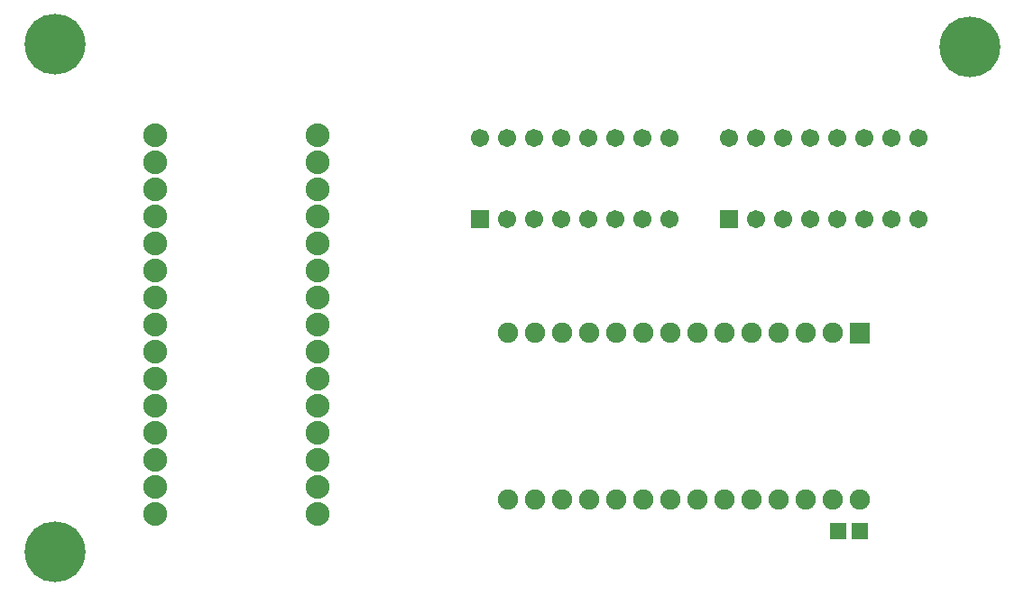
<source format=gbs>
G04 Layer: BottomSolderMaskLayer*
G04 Gerber Generator version 0.2*
G04 Scale: 100 percent, Rotated: No, Reflected: No *
G04 Dimensions in millimeters *
G04 leading zeros omitted , absolute positions ,4 integer and 5 decimal *
%FSLAX45Y45*%
%MOMM*%

%ADD28C,1.9016*%
%ADD30C,1.7016*%
%ADD31R,1.7016X1.7016*%
%ADD32C,2.2352*%
%ADD33C,5.7032*%

%LPD*%
G36*
X8090408Y511555D02*
G01*
X8090408Y656844D01*
X8241537Y656844D01*
X8241537Y511555D01*
G37*
G36*
X7884414Y511555D02*
G01*
X7884414Y656844D01*
X8035544Y656844D01*
X8035544Y511555D01*
G37*
D28*
G01*
X8164576Y883691D03*
G01*
X7910576Y883691D03*
G01*
X7656576Y883691D03*
G01*
X7402576Y883691D03*
G01*
X7148576Y883691D03*
G01*
X6894576Y883691D03*
G01*
X6640576Y883691D03*
G01*
X6386576Y883691D03*
G01*
X6132576Y883691D03*
G01*
X5878576Y883691D03*
G01*
X5624576Y883691D03*
G01*
X5370576Y883691D03*
G01*
X5116576Y883691D03*
G01*
X4862576Y883691D03*
G01*
X4862576Y2443708D03*
G01*
X5116576Y2443708D03*
G01*
X5370576Y2443708D03*
G01*
X5624576Y2443708D03*
G01*
X5878576Y2443708D03*
G01*
X6132576Y2443708D03*
G01*
X6386576Y2443708D03*
G01*
X6894576Y2443708D03*
G01*
X7148576Y2443708D03*
G01*
X7402576Y2443708D03*
G01*
X7656576Y2443708D03*
G01*
X7910576Y2443708D03*
G01*
X6640576Y2443708D03*
G36*
X8069580Y2348737D02*
G01*
X8069580Y2538729D01*
X8259571Y2538729D01*
X8259571Y2348737D01*
G37*
D30*
G01*
X6932676Y4279900D03*
G01*
X7186676Y4279900D03*
G01*
X7440676Y4279900D03*
G01*
X7694676Y4279900D03*
G01*
X7948676Y4279900D03*
G01*
X8202676Y4279900D03*
G01*
X8456676Y4279900D03*
G01*
X8710676Y4279900D03*
G01*
X8710676Y3517900D03*
G01*
X8456676Y3517900D03*
G01*
X8202676Y3517900D03*
G01*
X7948676Y3517900D03*
G01*
X7694676Y3517900D03*
G01*
X7440676Y3517900D03*
G01*
X7186676Y3517900D03*
D31*
G01*
X6932676Y3517900D03*
D30*
G01*
X4595876Y4279900D03*
G01*
X4849876Y4279900D03*
G01*
X5103876Y4279900D03*
G01*
X5357876Y4279900D03*
G01*
X5611876Y4279900D03*
G01*
X5865876Y4279900D03*
G01*
X6119876Y4279900D03*
G01*
X6373876Y4279900D03*
G01*
X6373876Y3517900D03*
G01*
X6119876Y3517900D03*
G01*
X5865876Y3517900D03*
G01*
X5611876Y3517900D03*
G01*
X5357876Y3517900D03*
G01*
X5103876Y3517900D03*
G01*
X4849876Y3517900D03*
D31*
G01*
X4595876Y3517900D03*
D32*
G01*
X3071876Y741527D03*
G01*
X3071876Y995527D03*
G01*
X3071876Y1249527D03*
G01*
X3071876Y1503527D03*
G01*
X3071876Y1757527D03*
G01*
X3071876Y2011527D03*
G01*
X3071876Y2265527D03*
G01*
X3071876Y2519527D03*
G01*
X3071876Y2773527D03*
G01*
X3071876Y3027527D03*
G01*
X3071876Y3281527D03*
G01*
X3071876Y3535527D03*
G01*
X3071876Y3789527D03*
G01*
X3071876Y4043527D03*
G01*
X3071876Y4297527D03*
G01*
X1547876Y4297527D03*
G01*
X1547876Y4043527D03*
G01*
X1547876Y3789527D03*
G01*
X1547876Y3535527D03*
G01*
X1547876Y3281527D03*
G01*
X1547876Y3027527D03*
G01*
X1547876Y2773527D03*
G01*
X1547876Y2519527D03*
G01*
X1547876Y2265527D03*
G01*
X1547876Y2011527D03*
G01*
X1547876Y1757527D03*
G01*
X1547876Y1503527D03*
G01*
X1547876Y1249527D03*
G01*
X1547876Y995527D03*
G01*
X1547876Y741527D03*
D33*
G01*
X608076Y393700D03*
G01*
X608076Y5156200D03*
G01*
X9193276Y5130800D03*
M02*

</source>
